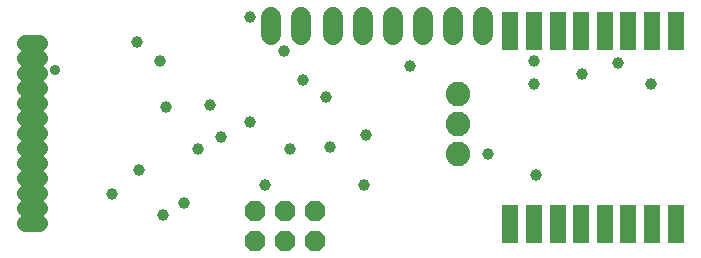
<source format=gbs>
G75*
%MOIN*%
%OFA0B0*%
%FSLAX25Y25*%
%IPPOS*%
%LPD*%
%AMOC8*
5,1,8,0,0,1.08239X$1,22.5*
%
%ADD10OC8,0.06800*%
%ADD11C,0.05556*%
%ADD12C,0.06800*%
%ADD13R,0.05524X0.12611*%
%ADD14C,0.08200*%
%ADD15C,0.03600*%
%ADD16C,0.03900*%
D10*
X0100406Y0015167D03*
X0110406Y0015167D03*
X0120406Y0015167D03*
X0120406Y0025167D03*
X0110406Y0025167D03*
X0100406Y0025167D03*
D11*
X0028471Y0020957D02*
X0023715Y0020957D01*
X0023715Y0025957D02*
X0028471Y0025957D01*
X0028471Y0030957D02*
X0023715Y0030957D01*
X0023715Y0035957D02*
X0028471Y0035957D01*
X0028471Y0040957D02*
X0023715Y0040957D01*
X0023715Y0045957D02*
X0028471Y0045957D01*
X0028471Y0050957D02*
X0023715Y0050957D01*
X0023715Y0055957D02*
X0028471Y0055957D01*
X0028471Y0060957D02*
X0023715Y0060957D01*
X0023715Y0065957D02*
X0028471Y0065957D01*
X0028471Y0070957D02*
X0023715Y0070957D01*
X0023715Y0075957D02*
X0028471Y0075957D01*
X0028471Y0080957D02*
X0023715Y0080957D01*
D12*
X0105779Y0083777D02*
X0105779Y0089777D01*
X0115779Y0089777D02*
X0115779Y0083777D01*
X0126280Y0083922D02*
X0126280Y0089922D01*
X0136280Y0089922D02*
X0136280Y0083922D01*
X0146280Y0083922D02*
X0146280Y0089922D01*
X0156280Y0089922D02*
X0156280Y0083922D01*
X0166280Y0083922D02*
X0166280Y0089922D01*
X0176280Y0089922D02*
X0176280Y0083922D01*
D13*
X0185497Y0085212D03*
X0193371Y0085212D03*
X0201245Y0085212D03*
X0209119Y0085212D03*
X0216993Y0085212D03*
X0224867Y0085212D03*
X0232741Y0085212D03*
X0240615Y0085212D03*
X0240615Y0020645D03*
X0232741Y0020645D03*
X0224867Y0020645D03*
X0216993Y0020645D03*
X0209119Y0020645D03*
X0201245Y0020645D03*
X0193371Y0020645D03*
X0185497Y0020645D03*
D14*
X0168080Y0044022D03*
X0168080Y0054022D03*
X0168080Y0064022D03*
D15*
X0033680Y0072222D03*
D16*
X0060980Y0081322D03*
X0068680Y0075022D03*
X0085480Y0060322D03*
X0070780Y0059622D03*
X0088980Y0049822D03*
X0081280Y0045622D03*
X0061680Y0038622D03*
X0052580Y0030922D03*
X0069780Y0023822D03*
X0076580Y0027622D03*
X0103680Y0033722D03*
X0112080Y0045622D03*
X0125380Y0046322D03*
X0137280Y0050522D03*
X0123980Y0063122D03*
X0116280Y0068822D03*
X0109980Y0078522D03*
X0098780Y0089722D03*
X0152080Y0073522D03*
X0193280Y0075022D03*
X0209380Y0070822D03*
X0221280Y0074322D03*
X0232480Y0067322D03*
X0193280Y0067322D03*
X0177880Y0044222D03*
X0193980Y0037222D03*
X0136580Y0033722D03*
X0098780Y0054722D03*
M02*

</source>
